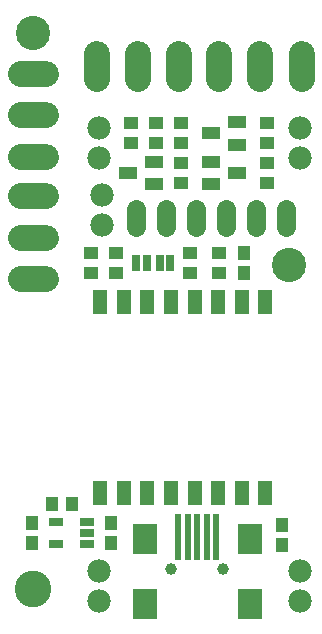
<source format=gts>
G75*
%MOIN*%
%OFA0B0*%
%FSLAX24Y24*%
%IPPOS*%
%LPD*%
%AMOC8*
5,1,8,0,0,1.08239X$1,22.5*
%
%ADD10C,0.1142*%
%ADD11C,0.1221*%
%ADD12R,0.0591X0.0434*%
%ADD13R,0.0473X0.0434*%
%ADD14C,0.0880*%
%ADD15R,0.0434X0.0473*%
%ADD16R,0.0512X0.0827*%
%ADD17C,0.0640*%
%ADD18C,0.0780*%
%ADD19R,0.0290X0.0540*%
%ADD20R,0.0512X0.0257*%
%ADD21R,0.0237X0.1536*%
%ADD22R,0.0827X0.1024*%
%ADD23C,0.0394*%
D10*
X010380Y012680D03*
X001860Y020420D03*
D11*
X001860Y001863D03*
D12*
X005893Y015366D03*
X005893Y016114D03*
X005027Y015740D03*
X007787Y015366D03*
X007787Y016114D03*
X007787Y017060D03*
X008653Y016686D03*
X008653Y017434D03*
X008653Y015740D03*
D13*
X009660Y015405D03*
X009660Y016075D03*
X009660Y016725D03*
X009660Y017395D03*
X008040Y013075D03*
X008040Y012405D03*
X007080Y012405D03*
X007080Y013075D03*
X006780Y015405D03*
X006780Y016075D03*
X006780Y016725D03*
X006780Y017395D03*
X005940Y017395D03*
X005940Y016725D03*
X005100Y016725D03*
X005100Y017395D03*
X004620Y013075D03*
X004620Y012405D03*
X003780Y012405D03*
X003780Y013075D03*
D14*
X002280Y013580D02*
X001440Y013580D01*
X001440Y012202D02*
X002280Y012202D01*
X002280Y014958D02*
X001440Y014958D01*
X001440Y016282D02*
X002280Y016282D01*
X002280Y017660D02*
X001440Y017660D01*
X001440Y019038D02*
X002280Y019038D01*
X003964Y018863D02*
X003964Y019703D01*
X005342Y019703D02*
X005342Y018863D01*
X006720Y018863D02*
X006720Y019703D01*
X008042Y019700D02*
X008042Y018860D01*
X009420Y018860D02*
X009420Y019700D01*
X010798Y019700D02*
X010798Y018860D01*
D15*
X008880Y013075D03*
X008880Y012405D03*
X004440Y004075D03*
X004440Y003405D03*
X003139Y004714D03*
X002470Y004714D03*
X001800Y004075D03*
X001800Y003405D03*
X010153Y003344D03*
X010153Y004013D03*
D16*
X009593Y005060D03*
X008805Y005060D03*
X008018Y005060D03*
X007230Y005060D03*
X006443Y005060D03*
X005656Y005060D03*
X004868Y005060D03*
X004081Y005060D03*
X004081Y011438D03*
X004868Y011438D03*
X005656Y011438D03*
X006443Y011438D03*
X007230Y011438D03*
X008018Y011438D03*
X008805Y011438D03*
X009593Y011438D03*
D17*
X009280Y013940D02*
X009280Y014540D01*
X008280Y014540D02*
X008280Y013940D01*
X007280Y013940D02*
X007280Y014540D01*
X006280Y014540D02*
X006280Y013940D01*
X005280Y013940D02*
X005280Y014540D01*
X010280Y014540D02*
X010280Y013940D01*
D18*
X010745Y016232D03*
X010745Y017232D03*
X004140Y015020D03*
X004140Y014020D03*
X004052Y016232D03*
X004052Y017232D03*
X004052Y002468D03*
X004052Y001468D03*
X010745Y001468D03*
X010745Y002468D03*
D19*
X006417Y012740D03*
X006063Y012740D03*
X005637Y012740D03*
X005283Y012740D03*
D20*
X003632Y004114D03*
X003632Y003740D03*
X003632Y003366D03*
X002608Y003366D03*
X002608Y004114D03*
D21*
X006690Y003610D03*
X007005Y003610D03*
X007320Y003610D03*
X007635Y003610D03*
X007950Y003610D03*
D22*
X009072Y003551D03*
X009072Y001386D03*
X005568Y001386D03*
X005568Y003551D03*
D23*
X006454Y002547D03*
X008186Y002547D03*
M02*

</source>
